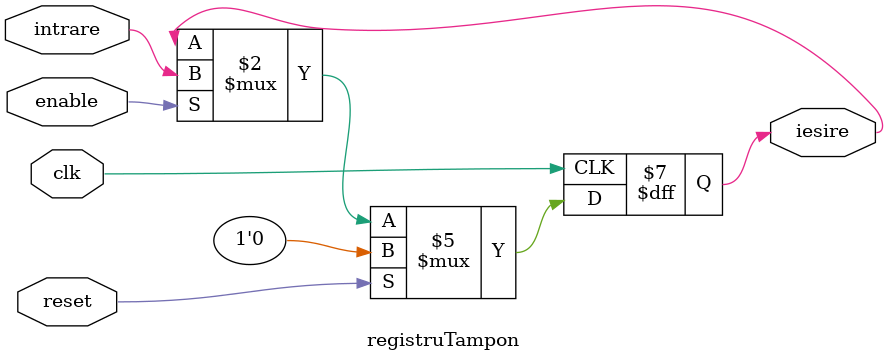
<source format=v>
`timescale 1ns / 1ps


module registruTampon(intrare, clk, reset, enable, iesire);

    input intrare, clk, reset, enable;
    output reg iesire;
    
    always @(posedge clk)
    begin
        if (reset)
            iesire <= 0;
        else if (enable) 
            iesire <= intrare;
   end
endmodule

</source>
